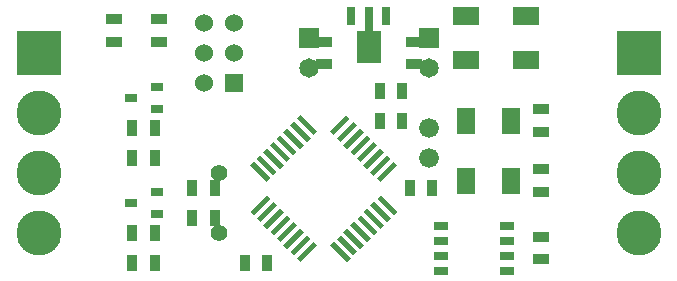
<source format=gbr>
G04 (created by PCBNEW (2013-07-07 BZR 4022)-stable) date 30.7.2014 11:24:54*
%MOIN*%
G04 Gerber Fmt 3.4, Leading zero omitted, Abs format*
%FSLAX34Y34*%
G01*
G70*
G90*
G04 APERTURE LIST*
%ADD10C,0.00590551*%
%ADD11R,0.0394X0.0315*%
%ADD12R,0.05X0.025*%
%ADD13R,0.035X0.055*%
%ADD14R,0.055X0.035*%
%ADD15R,0.06X0.06*%
%ADD16C,0.06*%
%ADD17C,0.056*%
%ADD18R,0.065X0.065*%
%ADD19C,0.065*%
%ADD20R,0.063X0.0866*%
%ADD21R,0.0866X0.063*%
%ADD22R,0.0276X0.063*%
%ADD23R,0.0276X0.0827*%
%ADD24R,0.0787X0.1083*%
%ADD25C,0.15*%
%ADD26R,0.15X0.15*%
%ADD27C,0.066*%
G04 APERTURE END LIST*
G54D10*
G36*
X20670Y-17408D02*
X20545Y-17283D01*
X21102Y-16726D01*
X21227Y-16852D01*
X20670Y-17408D01*
X20670Y-17408D01*
G37*
G36*
X20893Y-17631D02*
X20768Y-17506D01*
X21324Y-16949D01*
X21450Y-17074D01*
X20893Y-17631D01*
X20893Y-17631D01*
G37*
G36*
X21116Y-17854D02*
X20991Y-17728D01*
X21547Y-17172D01*
X21672Y-17297D01*
X21116Y-17854D01*
X21116Y-17854D01*
G37*
G36*
X21339Y-18076D02*
X21213Y-17951D01*
X21770Y-17395D01*
X21895Y-17520D01*
X21339Y-18076D01*
X21339Y-18076D01*
G37*
G36*
X21561Y-18299D02*
X21436Y-18174D01*
X21993Y-17617D01*
X22118Y-17743D01*
X21561Y-18299D01*
X21561Y-18299D01*
G37*
G36*
X21784Y-18522D02*
X21659Y-18397D01*
X22215Y-17840D01*
X22340Y-17965D01*
X21784Y-18522D01*
X21784Y-18522D01*
G37*
G36*
X22007Y-18745D02*
X21882Y-18619D01*
X22438Y-18063D01*
X22563Y-18188D01*
X22007Y-18745D01*
X22007Y-18745D01*
G37*
G36*
X22229Y-18967D02*
X22104Y-18842D01*
X22661Y-18286D01*
X22786Y-18411D01*
X22229Y-18967D01*
X22229Y-18967D01*
G37*
G36*
X24891Y-16303D02*
X24766Y-16178D01*
X25322Y-15621D01*
X25448Y-15746D01*
X24891Y-16303D01*
X24891Y-16303D01*
G37*
G36*
X23328Y-14740D02*
X23203Y-14615D01*
X23760Y-14059D01*
X23885Y-14184D01*
X23328Y-14740D01*
X23328Y-14740D01*
G37*
G36*
X23555Y-14966D02*
X23429Y-14841D01*
X23986Y-14285D01*
X24111Y-14410D01*
X23555Y-14966D01*
X23555Y-14966D01*
G37*
G36*
X23781Y-15193D02*
X23656Y-15068D01*
X24212Y-14511D01*
X24337Y-14636D01*
X23781Y-15193D01*
X23781Y-15193D01*
G37*
G36*
X24000Y-15412D02*
X23875Y-15287D01*
X24431Y-14730D01*
X24557Y-14855D01*
X24000Y-15412D01*
X24000Y-15412D01*
G37*
G36*
X24226Y-15638D02*
X24101Y-15513D01*
X24658Y-14957D01*
X24783Y-15082D01*
X24226Y-15638D01*
X24226Y-15638D01*
G37*
G36*
X24446Y-15857D02*
X24320Y-15732D01*
X24877Y-15176D01*
X25002Y-15301D01*
X24446Y-15857D01*
X24446Y-15857D01*
G37*
G36*
X24672Y-16084D02*
X24547Y-15959D01*
X25103Y-15402D01*
X25228Y-15527D01*
X24672Y-16084D01*
X24672Y-16084D01*
G37*
G36*
X23772Y-18970D02*
X23216Y-18414D01*
X23341Y-18288D01*
X23898Y-18845D01*
X23772Y-18970D01*
X23772Y-18970D01*
G37*
G36*
X23994Y-18748D02*
X23438Y-18192D01*
X23563Y-18066D01*
X24120Y-18623D01*
X23994Y-18748D01*
X23994Y-18748D01*
G37*
G36*
X24218Y-18525D02*
X23661Y-17968D01*
X23787Y-17843D01*
X24343Y-18399D01*
X24218Y-18525D01*
X24218Y-18525D01*
G37*
G36*
X24440Y-18303D02*
X23883Y-17746D01*
X24009Y-17621D01*
X24565Y-18177D01*
X24440Y-18303D01*
X24440Y-18303D01*
G37*
G36*
X24663Y-18079D02*
X24107Y-17523D01*
X24232Y-17398D01*
X24788Y-17954D01*
X24663Y-18079D01*
X24663Y-18079D01*
G37*
G36*
X24885Y-17857D02*
X24329Y-17301D01*
X24454Y-17175D01*
X25011Y-17732D01*
X24885Y-17857D01*
X24885Y-17857D01*
G37*
G36*
X25109Y-17634D02*
X24552Y-17077D01*
X24677Y-16952D01*
X25234Y-17509D01*
X25109Y-17634D01*
X25109Y-17634D01*
G37*
G36*
X25331Y-17412D02*
X24774Y-16855D01*
X24899Y-16730D01*
X25456Y-17287D01*
X25331Y-17412D01*
X25331Y-17412D01*
G37*
G36*
X21101Y-16296D02*
X20544Y-15739D01*
X20670Y-15614D01*
X21226Y-16171D01*
X21101Y-16296D01*
X21101Y-16296D01*
G37*
G36*
X21320Y-16077D02*
X20764Y-15520D01*
X20889Y-15395D01*
X21445Y-15951D01*
X21320Y-16077D01*
X21320Y-16077D01*
G37*
G36*
X21546Y-15850D02*
X20990Y-15294D01*
X21115Y-15169D01*
X21672Y-15725D01*
X21546Y-15850D01*
X21546Y-15850D01*
G37*
G36*
X21766Y-15631D02*
X21209Y-15075D01*
X21334Y-14950D01*
X21891Y-15506D01*
X21766Y-15631D01*
X21766Y-15631D01*
G37*
G36*
X21985Y-15412D02*
X21428Y-14855D01*
X21553Y-14730D01*
X22110Y-15287D01*
X21985Y-15412D01*
X21985Y-15412D01*
G37*
G36*
X22211Y-15186D02*
X21655Y-14629D01*
X21780Y-14504D01*
X22336Y-15061D01*
X22211Y-15186D01*
X22211Y-15186D01*
G37*
G36*
X22437Y-14959D02*
X21881Y-14403D01*
X22006Y-14278D01*
X22563Y-14834D01*
X22437Y-14959D01*
X22437Y-14959D01*
G37*
G36*
X22664Y-14733D02*
X22107Y-14177D01*
X22232Y-14051D01*
X22789Y-14608D01*
X22664Y-14733D01*
X22664Y-14733D01*
G37*
G54D11*
X16567Y-13500D03*
X17433Y-13875D03*
X17433Y-13125D03*
X16567Y-17000D03*
X17433Y-17375D03*
X17433Y-16625D03*
G54D12*
X26900Y-19250D03*
X26900Y-18750D03*
X26900Y-18250D03*
X26900Y-17750D03*
X29100Y-17750D03*
X29100Y-18250D03*
X29100Y-18750D03*
X29100Y-19250D03*
G54D13*
X16625Y-18000D03*
X17375Y-18000D03*
G54D14*
X23000Y-11625D03*
X23000Y-12375D03*
X30250Y-18875D03*
X30250Y-18125D03*
G54D13*
X20375Y-19000D03*
X21125Y-19000D03*
X24875Y-13250D03*
X25625Y-13250D03*
X19375Y-16500D03*
X18625Y-16500D03*
X19375Y-17500D03*
X18625Y-17500D03*
X24875Y-14250D03*
X25625Y-14250D03*
G54D14*
X26000Y-11625D03*
X26000Y-12375D03*
G54D13*
X16625Y-14500D03*
X17375Y-14500D03*
G54D15*
X20000Y-13000D03*
G54D16*
X19000Y-13000D03*
X20000Y-12000D03*
X19000Y-12000D03*
X20000Y-11000D03*
X19000Y-11000D03*
G54D17*
X19500Y-16000D03*
X19500Y-18000D03*
G54D18*
X26500Y-11500D03*
G54D19*
X26500Y-12500D03*
G54D18*
X22500Y-11500D03*
G54D19*
X22500Y-12500D03*
G54D14*
X30250Y-13875D03*
X30250Y-14625D03*
X30250Y-16625D03*
X30250Y-15875D03*
G54D13*
X17375Y-19000D03*
X16625Y-19000D03*
X17375Y-15500D03*
X16625Y-15500D03*
G54D14*
X17500Y-10875D03*
X17500Y-11625D03*
X16000Y-11625D03*
X16000Y-10875D03*
G54D20*
X27752Y-16250D03*
X29248Y-16250D03*
X27752Y-14250D03*
X29248Y-14250D03*
G54D21*
X27750Y-12248D03*
X27750Y-10752D03*
X29750Y-12248D03*
X29750Y-10752D03*
G54D22*
X23909Y-10752D03*
G54D23*
X24500Y-10850D03*
G54D22*
X25091Y-10752D03*
G54D24*
X24500Y-11795D03*
G54D25*
X13500Y-14000D03*
X13500Y-16000D03*
G54D26*
X13500Y-12000D03*
G54D25*
X13500Y-18000D03*
X33500Y-14000D03*
X33500Y-16000D03*
G54D26*
X33500Y-12000D03*
G54D25*
X33500Y-18000D03*
G54D13*
X26625Y-16500D03*
X25875Y-16500D03*
G54D27*
X26500Y-15500D03*
X26500Y-14500D03*
M02*

</source>
